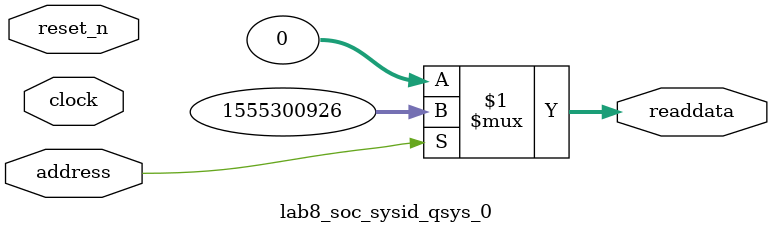
<source format=v>



// synthesis translate_off
`timescale 1ns / 1ps
// synthesis translate_on

// turn off superfluous verilog processor warnings 
// altera message_level Level1 
// altera message_off 10034 10035 10036 10037 10230 10240 10030 

module lab8_soc_sysid_qsys_0 (
               // inputs:
                address,
                clock,
                reset_n,

               // outputs:
                readdata
             )
;

  output  [ 31: 0] readdata;
  input            address;
  input            clock;
  input            reset_n;

  wire    [ 31: 0] readdata;
  //control_slave, which is an e_avalon_slave
  assign readdata = address ? 1555300926 : 0;

endmodule



</source>
